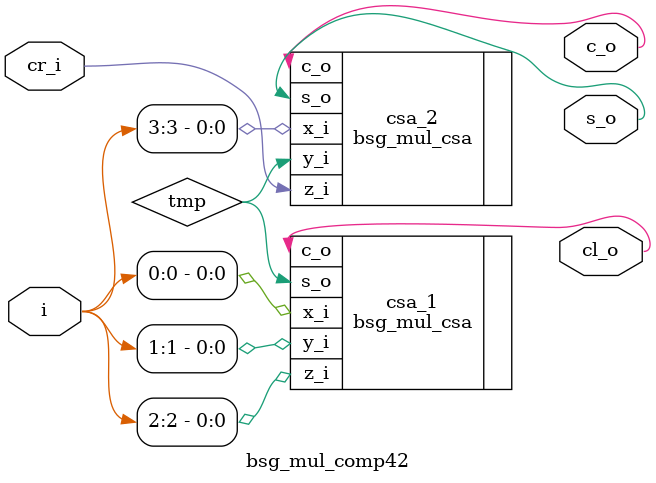
<source format=v>


module bsg_mul_comp42
   ( input [3:0] i  // 0-2: early; 3: middle
     , input cr_i   // middle
     , output cl_o  // middle
     , output c_o   // late
     , output s_o   // late
     );

   wire           tmp;

   bsg_mul_csa csa_1 (.x_i(i[0]), .y_i(i[1]), .z_i(i[2]), .c_o(cl_o), .s_o(tmp));
   bsg_mul_csa csa_2 (.x_i(i[3]), .y_i(tmp ), .z_i(cr_i), .c_o(c_o ), .s_o(s_o));

endmodule

</source>
